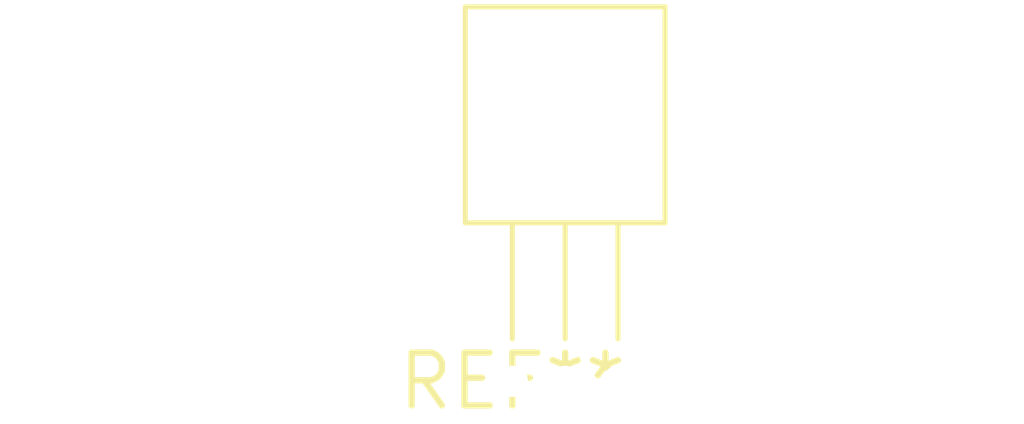
<source format=kicad_pcb>
(kicad_pcb (version 20240108) (generator pcbnew)
  (layers (0 "F.Cu" signal) (31 "B.Cu" signal) (34 "B.Paste" user) (35 "F.Paste" user) (36 "B.SilkS" user "B.Silkscreen") (37 "F.SilkS" user "F.Silkscreen") (38 "B.Mask" user) (39 "F.Mask" user) (44 "Edge.Cuts" user))
  (net 0 "")
  (footprint "TO-92_Inline_Horizontal2" (layer "F.Cu") (at 0 0)
    (property "Reference" "REF**")
    (property "Value" "TO-92_Inline_Horizontal2")
    (fp_line (start -1.13 -9) (end -1.13 -3.81) (layer "F.SilkS") (stroke (width 0.12)))
    (fp_line (start -1.13 -3.81) (end 3.67 -3.81) (layer "F.SilkS") (stroke (width 0.12)))
    (fp_line (start 0 -1.02) (end 0 -3.81) (layer "F.SilkS") (stroke (width 0.12)))
    (fp_line (start 1.27 -1.02) (end 1.27 -3.81) (layer "F.SilkS") (stroke (width 0.12)))
    (fp_line (start 2.54 -1.02) (end 2.54 -3.81) (layer "F.SilkS") (stroke (width 0.12)))
    (fp_line (start 3.67 -9) (end -1.13 -9) (layer "F.SilkS") (stroke (width 0.12)))
    (fp_line (start 3.67 -3.81) (end 3.67 -9) (layer "F.SilkS") (stroke (width 0.12)))
    (pad "1" thru_hole rect (at 0 0) (size 1.05 1.5) (drill 0.75) (layers *.Cu *.Mask) (remove_unused_layers))
    (pad "2" thru_hole oval (at 1.27 0) (size 1.05 1.5) (drill 0.75) (layers *.Cu *.Mask) (remove_unused_layers))
    (pad "3" thru_hole oval (at 2.54 0) (size 1.05 1.5) (drill 0.75) (layers *.Cu *.Mask) (remove_unused_layers))
  )
)
</source>
